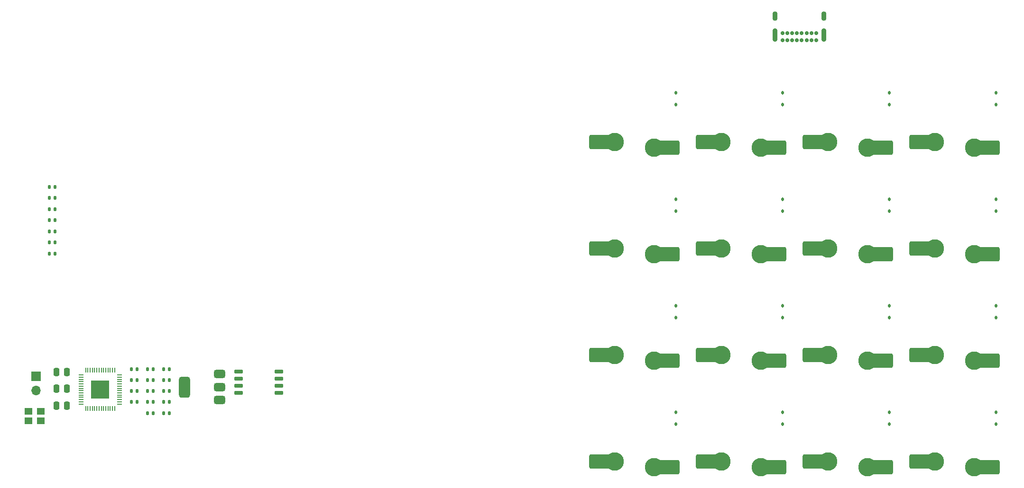
<source format=gbr>
%TF.GenerationSoftware,KiCad,Pcbnew,8.0.3*%
%TF.CreationDate,2024-06-18T00:53:01+07:00*%
%TF.ProjectId,Bandung_v1.0.0,42616e64-756e-4675-9f76-312e302e302e,rev?*%
%TF.SameCoordinates,Original*%
%TF.FileFunction,Copper,L2,Bot*%
%TF.FilePolarity,Positive*%
%FSLAX46Y46*%
G04 Gerber Fmt 4.6, Leading zero omitted, Abs format (unit mm)*
G04 Created by KiCad (PCBNEW 8.0.3) date 2024-06-18 00:53:01*
%MOMM*%
%LPD*%
G01*
G04 APERTURE LIST*
G04 Aperture macros list*
%AMRoundRect*
0 Rectangle with rounded corners*
0 $1 Rounding radius*
0 $2 $3 $4 $5 $6 $7 $8 $9 X,Y pos of 4 corners*
0 Add a 4 corners polygon primitive as box body*
4,1,4,$2,$3,$4,$5,$6,$7,$8,$9,$2,$3,0*
0 Add four circle primitives for the rounded corners*
1,1,$1+$1,$2,$3*
1,1,$1+$1,$4,$5*
1,1,$1+$1,$6,$7*
1,1,$1+$1,$8,$9*
0 Add four rect primitives between the rounded corners*
20,1,$1+$1,$2,$3,$4,$5,0*
20,1,$1+$1,$4,$5,$6,$7,0*
20,1,$1+$1,$6,$7,$8,$9,0*
20,1,$1+$1,$8,$9,$2,$3,0*%
G04 Aperture macros list end*
%TA.AperFunction,SMDPad,CuDef*%
%ADD10RoundRect,0.112500X-0.112500X0.187500X-0.112500X-0.187500X0.112500X-0.187500X0.112500X0.187500X0*%
%TD*%
%TA.AperFunction,ComponentPad*%
%ADD11C,3.300000*%
%TD*%
%TA.AperFunction,SMDPad,CuDef*%
%ADD12R,1.200000X2.550000*%
%TD*%
%TA.AperFunction,SMDPad,CuDef*%
%ADD13RoundRect,0.255000X1.070000X1.020000X-1.070000X1.020000X-1.070000X-1.020000X1.070000X-1.020000X0*%
%TD*%
%TA.AperFunction,SMDPad,CuDef*%
%ADD14RoundRect,0.375000X0.625000X0.375000X-0.625000X0.375000X-0.625000X-0.375000X0.625000X-0.375000X0*%
%TD*%
%TA.AperFunction,SMDPad,CuDef*%
%ADD15RoundRect,0.500000X0.500000X1.400000X-0.500000X1.400000X-0.500000X-1.400000X0.500000X-1.400000X0*%
%TD*%
%TA.AperFunction,SMDPad,CuDef*%
%ADD16R,1.400000X1.200000*%
%TD*%
%TA.AperFunction,SMDPad,CuDef*%
%ADD17RoundRect,0.140000X0.140000X0.170000X-0.140000X0.170000X-0.140000X-0.170000X0.140000X-0.170000X0*%
%TD*%
%TA.AperFunction,SMDPad,CuDef*%
%ADD18RoundRect,0.250000X0.250000X0.475000X-0.250000X0.475000X-0.250000X-0.475000X0.250000X-0.475000X0*%
%TD*%
%TA.AperFunction,SMDPad,CuDef*%
%ADD19RoundRect,0.135000X0.135000X0.185000X-0.135000X0.185000X-0.135000X-0.185000X0.135000X-0.185000X0*%
%TD*%
%TA.AperFunction,ComponentPad*%
%ADD20C,0.700000*%
%TD*%
%TA.AperFunction,ComponentPad*%
%ADD21O,0.900000X1.700000*%
%TD*%
%TA.AperFunction,ComponentPad*%
%ADD22O,0.900000X2.400000*%
%TD*%
%TA.AperFunction,ComponentPad*%
%ADD23R,1.700000X1.700000*%
%TD*%
%TA.AperFunction,ComponentPad*%
%ADD24O,1.700000X1.700000*%
%TD*%
%TA.AperFunction,SMDPad,CuDef*%
%ADD25RoundRect,0.150000X0.650000X0.150000X-0.650000X0.150000X-0.650000X-0.150000X0.650000X-0.150000X0*%
%TD*%
%TA.AperFunction,SMDPad,CuDef*%
%ADD26RoundRect,0.050000X0.387500X0.050000X-0.387500X0.050000X-0.387500X-0.050000X0.387500X-0.050000X0*%
%TD*%
%TA.AperFunction,SMDPad,CuDef*%
%ADD27RoundRect,0.050000X0.050000X0.387500X-0.050000X0.387500X-0.050000X-0.387500X0.050000X-0.387500X0*%
%TD*%
%TA.AperFunction,HeatsinkPad*%
%ADD28R,3.200000X3.200000*%
%TD*%
G04 APERTURE END LIST*
D10*
%TO.P,D10,1,K*%
%TO.N,/GPIO6*%
X141300000Y-53575000D03*
%TO.P,D10,2,A*%
%TO.N,Net-(D10-A)*%
X141300000Y-55675000D03*
%TD*%
%TO.P,D2,1,K*%
%TO.N,/GPIO4*%
X141300000Y-15475000D03*
%TO.P,D2,2,A*%
%TO.N,Net-(D2-A)*%
X141300000Y-17575000D03*
%TD*%
D11*
%TO.P,CH9,1,1*%
%TO.N,/GPIO0*%
X111325000Y-62325000D03*
D12*
X109775000Y-62325000D03*
D13*
X108080000Y-62325000D03*
%TO.P,CH9,2,2*%
%TO.N,Net-(D9-A)*%
X121570000Y-63375000D03*
D12*
X119875000Y-63375000D03*
D11*
X118325000Y-63375000D03*
%TD*%
D14*
%TO.P,U1,1,GND*%
%TO.N,GND*%
X40820236Y-65780000D03*
%TO.P,U1,2,VO*%
%TO.N,+3V3*%
X40820236Y-68080000D03*
D15*
X34520236Y-68080000D03*
D14*
%TO.P,U1,3,VI*%
%TO.N,VBUS*%
X40820236Y-70380000D03*
%TD*%
D11*
%TO.P,CH6,1,1*%
%TO.N,/GPIO1*%
X130375000Y-43275000D03*
D12*
X128825000Y-43275000D03*
D13*
X127130000Y-43275000D03*
%TO.P,CH6,2,2*%
%TO.N,Net-(D6-A)*%
X140620000Y-44325000D03*
D12*
X138925000Y-44325000D03*
D11*
X137375000Y-44325000D03*
%TD*%
%TO.P,CH7,1,1*%
%TO.N,/GPIO2*%
X149425000Y-43275000D03*
D12*
X147875000Y-43275000D03*
D13*
X146180000Y-43275000D03*
%TO.P,CH7,2,2*%
%TO.N,Net-(D7-A)*%
X159670000Y-44325000D03*
D12*
X157975000Y-44325000D03*
D11*
X156425000Y-44325000D03*
%TD*%
D16*
%TO.P,Y1,1,1*%
%TO.N,/XIN*%
X8850236Y-74155000D03*
%TO.P,Y1,2,2*%
%TO.N,GND*%
X6650236Y-74155000D03*
%TO.P,Y1,3,3*%
%TO.N,Net-(C3-Pad2)*%
X6650236Y-72455000D03*
%TO.P,Y1,4,4*%
%TO.N,GND*%
X8850236Y-72455000D03*
%TD*%
D17*
%TO.P,C6,1*%
%TO.N,+1V1*%
X31790236Y-70775000D03*
%TO.P,C6,2*%
%TO.N,GND*%
X30830236Y-70775000D03*
%TD*%
D11*
%TO.P,CH5,1,1*%
%TO.N,/GPIO0*%
X111325000Y-43275000D03*
D12*
X109775000Y-43275000D03*
D13*
X108080000Y-43275000D03*
%TO.P,CH5,2,2*%
%TO.N,Net-(D5-A)*%
X121570000Y-44325000D03*
D12*
X119875000Y-44325000D03*
D11*
X118325000Y-44325000D03*
%TD*%
D10*
%TO.P,D7,1,K*%
%TO.N,/GPIO5*%
X160350000Y-34525000D03*
%TO.P,D7,2,A*%
%TO.N,Net-(D7-A)*%
X160350000Y-36625000D03*
%TD*%
D11*
%TO.P,CH10,1,1*%
%TO.N,/GPIO1*%
X130375000Y-62325000D03*
D12*
X128825000Y-62325000D03*
D13*
X127130000Y-62325000D03*
%TO.P,CH10,2,2*%
%TO.N,Net-(D10-A)*%
X140620000Y-63375000D03*
D12*
X138925000Y-63375000D03*
D11*
X137375000Y-63375000D03*
%TD*%
%TO.P,CH11,1,1*%
%TO.N,/GPIO2*%
X149425000Y-62325000D03*
D12*
X147875000Y-62325000D03*
D13*
X146180000Y-62325000D03*
%TO.P,CH11,2,2*%
%TO.N,Net-(D11-A)*%
X159670000Y-63375000D03*
D12*
X157975000Y-63375000D03*
D11*
X156425000Y-63375000D03*
%TD*%
D18*
%TO.P,C17,1*%
%TO.N,+3V3*%
X13550236Y-71405000D03*
%TO.P,C17,2*%
%TO.N,GND*%
X11650236Y-71405000D03*
%TD*%
D17*
%TO.P,C16,1*%
%TO.N,+3V3*%
X26050236Y-70775000D03*
%TO.P,C16,2*%
%TO.N,GND*%
X25090236Y-70775000D03*
%TD*%
D18*
%TO.P,C1,1*%
%TO.N,VBUS*%
X13550236Y-65385000D03*
%TO.P,C1,2*%
%TO.N,GND*%
X11650236Y-65385000D03*
%TD*%
D10*
%TO.P,D15,1,K*%
%TO.N,/GPIO7*%
X160350000Y-72625000D03*
%TO.P,D15,2,A*%
%TO.N,Net-(D15-A)*%
X160350000Y-74725000D03*
%TD*%
D11*
%TO.P,CH4,1,1*%
%TO.N,/GPIO3*%
X168475000Y-24225000D03*
D12*
X166925000Y-24225000D03*
D13*
X165230000Y-24225000D03*
%TO.P,CH4,2,2*%
%TO.N,Net-(D4-A)*%
X178720000Y-25275000D03*
D12*
X177025000Y-25275000D03*
D11*
X175475000Y-25275000D03*
%TD*%
D19*
%TO.P,R2,1*%
%TO.N,/QSPI_SS*%
X11420236Y-34285000D03*
%TO.P,R2,2*%
%TO.N,+3V3*%
X10400236Y-34285000D03*
%TD*%
D17*
%TO.P,C10,1*%
%TO.N,+3V3*%
X28920236Y-68805000D03*
%TO.P,C10,2*%
%TO.N,GND*%
X27960236Y-68805000D03*
%TD*%
D20*
%TO.P,J1,A1,GND*%
%TO.N,GND*%
X141325000Y-6100000D03*
%TO.P,J1,A4,VBUS*%
%TO.N,VBUS*%
X142175000Y-6100000D03*
%TO.P,J1,A5,CC1*%
%TO.N,Net-(J1-CC1)*%
X143025000Y-6100000D03*
%TO.P,J1,A6,D+*%
%TO.N,/USB_DP*%
X143875000Y-6100000D03*
%TO.P,J1,A7,D-*%
%TO.N,/USB_DM*%
X144725000Y-6100000D03*
%TO.P,J1,A8,SBU1*%
%TO.N,unconnected-(J1-SBU1-PadA8)*%
X145575000Y-6100000D03*
%TO.P,J1,A9,VBUS*%
%TO.N,VBUS*%
X146425000Y-6100000D03*
%TO.P,J1,A12,GND*%
%TO.N,GND*%
X147275000Y-6100000D03*
%TO.P,J1,B1,GND*%
X147275000Y-4750000D03*
%TO.P,J1,B4,VBUS*%
%TO.N,VBUS*%
X146425000Y-4750000D03*
%TO.P,J1,B5,CC2*%
%TO.N,Net-(J1-CC2)*%
X145575000Y-4750000D03*
%TO.P,J1,B6,D+*%
%TO.N,/USB_DP*%
X144725000Y-4750000D03*
%TO.P,J1,B7,D-*%
%TO.N,/USB_DM*%
X143875000Y-4750000D03*
%TO.P,J1,B8,SBU2*%
%TO.N,unconnected-(J1-SBU2-PadB8)*%
X143025000Y-4750000D03*
%TO.P,J1,B9,VBUS*%
%TO.N,VBUS*%
X142175000Y-4750000D03*
%TO.P,J1,B12,GND*%
%TO.N,GND*%
X141325000Y-4750000D03*
D21*
%TO.P,J1,S1,SHIELD*%
X139975000Y-1740000D03*
D22*
X139975000Y-5120000D03*
D21*
X148625000Y-1740000D03*
D22*
X148625000Y-5120000D03*
%TD*%
D19*
%TO.P,R5,1*%
%TO.N,Net-(C3-Pad2)*%
X11420236Y-40255000D03*
%TO.P,R5,2*%
%TO.N,/XOUT*%
X10400236Y-40255000D03*
%TD*%
D10*
%TO.P,D14,1,K*%
%TO.N,/GPIO7*%
X141300000Y-72625000D03*
%TO.P,D14,2,A*%
%TO.N,Net-(D14-A)*%
X141300000Y-74725000D03*
%TD*%
D17*
%TO.P,C3,1*%
%TO.N,GND*%
X31790236Y-66835000D03*
%TO.P,C3,2*%
%TO.N,Net-(C3-Pad2)*%
X30830236Y-66835000D03*
%TD*%
D11*
%TO.P,CH12,1,1*%
%TO.N,/GPIO3*%
X168475000Y-62325000D03*
D12*
X166925000Y-62325000D03*
D13*
X165230000Y-62325000D03*
%TO.P,CH12,2,2*%
%TO.N,Net-(D12-A)*%
X178720000Y-63375000D03*
D12*
X177025000Y-63375000D03*
D11*
X175475000Y-63375000D03*
%TD*%
D18*
%TO.P,C4,1*%
%TO.N,+3V3*%
X13550236Y-68395000D03*
%TO.P,C4,2*%
%TO.N,GND*%
X11650236Y-68395000D03*
%TD*%
D17*
%TO.P,C13,1*%
%TO.N,+3V3*%
X26050236Y-64865000D03*
%TO.P,C13,2*%
%TO.N,GND*%
X25090236Y-64865000D03*
%TD*%
%TO.P,C7,1*%
%TO.N,+1V1*%
X31790236Y-72745000D03*
%TO.P,C7,2*%
%TO.N,GND*%
X30830236Y-72745000D03*
%TD*%
D10*
%TO.P,D12,1,K*%
%TO.N,/GPIO6*%
X179400000Y-53575000D03*
%TO.P,D12,2,A*%
%TO.N,Net-(D12-A)*%
X179400000Y-55675000D03*
%TD*%
D23*
%TO.P,J2,1,Pin_1*%
%TO.N,/~{USB_BOOT}*%
X8050236Y-66205000D03*
D24*
%TO.P,J2,2,Pin_2*%
%TO.N,GND*%
X8050236Y-68745000D03*
%TD*%
D10*
%TO.P,D13,1,K*%
%TO.N,/GPIO7*%
X122250000Y-72625000D03*
%TO.P,D13,2,A*%
%TO.N,Net-(D13-A)*%
X122250000Y-74725000D03*
%TD*%
D19*
%TO.P,R3,1*%
%TO.N,/USB_DP*%
X11420236Y-36275000D03*
%TO.P,R3,2*%
%TO.N,Net-(U3-USB_DP)*%
X10400236Y-36275000D03*
%TD*%
D10*
%TO.P,D16,1,K*%
%TO.N,/GPIO7*%
X179400000Y-72625000D03*
%TO.P,D16,2,A*%
%TO.N,Net-(D16-A)*%
X179400000Y-74725000D03*
%TD*%
D17*
%TO.P,C8,1*%
%TO.N,+1V1*%
X28920236Y-64865000D03*
%TO.P,C8,2*%
%TO.N,GND*%
X27960236Y-64865000D03*
%TD*%
D25*
%TO.P,U2,1,~{CS}*%
%TO.N,/QSPI_SS*%
X51370236Y-65360000D03*
%TO.P,U2,2,DO(IO1)*%
%TO.N,/QSPI_SD1*%
X51370236Y-66630000D03*
%TO.P,U2,3,IO2*%
%TO.N,/QSPI_SD2*%
X51370236Y-67900000D03*
%TO.P,U2,4,GND*%
%TO.N,GND*%
X51370236Y-69170000D03*
%TO.P,U2,5,DI(IO0)*%
%TO.N,/QSPI_SD0*%
X44170236Y-69170000D03*
%TO.P,U2,6,CLK*%
%TO.N,/QSPI_SCLK*%
X44170236Y-67900000D03*
%TO.P,U2,7,IO3*%
%TO.N,/QSPI_SD3*%
X44170236Y-66630000D03*
%TO.P,U2,8,VCC*%
%TO.N,+3V3*%
X44170236Y-65360000D03*
%TD*%
D17*
%TO.P,C5,1*%
%TO.N,+3V3*%
X31790236Y-68805000D03*
%TO.P,C5,2*%
%TO.N,GND*%
X30830236Y-68805000D03*
%TD*%
D19*
%TO.P,R7,1*%
%TO.N,Net-(J1-CC2)*%
X11420236Y-44235000D03*
%TO.P,R7,2*%
%TO.N,GND*%
X10400236Y-44235000D03*
%TD*%
%TO.P,R4,1*%
%TO.N,/USB_DM*%
X11420236Y-38265000D03*
%TO.P,R4,2*%
%TO.N,Net-(U3-USB_DM)*%
X10400236Y-38265000D03*
%TD*%
%TO.P,R6,1*%
%TO.N,Net-(J1-CC1)*%
X11420236Y-42245000D03*
%TO.P,R6,2*%
%TO.N,GND*%
X10400236Y-42245000D03*
%TD*%
%TO.P,R1,1*%
%TO.N,/QSPI_SS*%
X11420236Y-32295000D03*
%TO.P,R1,2*%
%TO.N,/~{USB_BOOT}*%
X10400236Y-32295000D03*
%TD*%
D17*
%TO.P,C11,1*%
%TO.N,+3V3*%
X28920236Y-70775000D03*
%TO.P,C11,2*%
%TO.N,GND*%
X27960236Y-70775000D03*
%TD*%
%TO.P,C9,1*%
%TO.N,+3V3*%
X28920236Y-66835000D03*
%TO.P,C9,2*%
%TO.N,GND*%
X27960236Y-66835000D03*
%TD*%
D10*
%TO.P,D6,1,K*%
%TO.N,/GPIO5*%
X141300000Y-34525000D03*
%TO.P,D6,2,A*%
%TO.N,Net-(D6-A)*%
X141300000Y-36625000D03*
%TD*%
%TO.P,D11,1,K*%
%TO.N,/GPIO6*%
X160350000Y-53575000D03*
%TO.P,D11,2,A*%
%TO.N,Net-(D11-A)*%
X160350000Y-55675000D03*
%TD*%
D17*
%TO.P,C2,1*%
%TO.N,GND*%
X31790236Y-64865000D03*
%TO.P,C2,2*%
%TO.N,/XIN*%
X30830236Y-64865000D03*
%TD*%
%TO.P,C12,1*%
%TO.N,+3V3*%
X28920236Y-72745000D03*
%TO.P,C12,2*%
%TO.N,GND*%
X27960236Y-72745000D03*
%TD*%
D11*
%TO.P,CH15,1,1*%
%TO.N,/GPIO2*%
X149425000Y-81375000D03*
D12*
X147875000Y-81375000D03*
D13*
X146180000Y-81375000D03*
%TO.P,CH15,2,2*%
%TO.N,Net-(D15-A)*%
X159670000Y-82425000D03*
D12*
X157975000Y-82425000D03*
D11*
X156425000Y-82425000D03*
%TD*%
%TO.P,CH8,1,1*%
%TO.N,/GPIO3*%
X168475000Y-43275000D03*
D12*
X166925000Y-43275000D03*
D13*
X165230000Y-43275000D03*
%TO.P,CH8,2,2*%
%TO.N,Net-(D8-A)*%
X178720000Y-44325000D03*
D12*
X177025000Y-44325000D03*
D11*
X175475000Y-44325000D03*
%TD*%
D26*
%TO.P,U3,1,IOVDD*%
%TO.N,+3V3*%
X22917736Y-65935000D03*
%TO.P,U3,2,GPIO0*%
%TO.N,/GPIO0*%
X22917736Y-66335000D03*
%TO.P,U3,3,GPIO1*%
%TO.N,/GPIO1*%
X22917736Y-66735000D03*
%TO.P,U3,4,GPIO2*%
%TO.N,/GPIO2*%
X22917736Y-67135000D03*
%TO.P,U3,5,GPIO3*%
%TO.N,/GPIO3*%
X22917736Y-67535000D03*
%TO.P,U3,6,GPIO4*%
%TO.N,/GPIO4*%
X22917736Y-67935000D03*
%TO.P,U3,7,GPIO5*%
%TO.N,/GPIO5*%
X22917736Y-68335000D03*
%TO.P,U3,8,GPIO6*%
%TO.N,/GPIO6*%
X22917736Y-68735000D03*
%TO.P,U3,9,GPIO7*%
%TO.N,/GPIO7*%
X22917736Y-69135000D03*
%TO.P,U3,10,IOVDD*%
%TO.N,+3V3*%
X22917736Y-69535000D03*
%TO.P,U3,11,GPIO8*%
%TO.N,unconnected-(U3-GPIO8-Pad11)*%
X22917736Y-69935000D03*
%TO.P,U3,12,GPIO9*%
%TO.N,unconnected-(U3-GPIO9-Pad12)*%
X22917736Y-70335000D03*
%TO.P,U3,13,GPIO10*%
%TO.N,unconnected-(U3-GPIO10-Pad13)*%
X22917736Y-70735000D03*
%TO.P,U3,14,GPIO11*%
%TO.N,unconnected-(U3-GPIO11-Pad14)*%
X22917736Y-71135000D03*
D27*
%TO.P,U3,15,GPIO12*%
%TO.N,unconnected-(U3-GPIO12-Pad15)*%
X22080236Y-71972500D03*
%TO.P,U3,16,GPIO13*%
%TO.N,unconnected-(U3-GPIO13-Pad16)*%
X21680236Y-71972500D03*
%TO.P,U3,17,GPIO14*%
%TO.N,unconnected-(U3-GPIO14-Pad17)*%
X21280236Y-71972500D03*
%TO.P,U3,18,GPIO15*%
%TO.N,unconnected-(U3-GPIO15-Pad18)*%
X20880236Y-71972500D03*
%TO.P,U3,19,TESTEN*%
%TO.N,GND*%
X20480236Y-71972500D03*
%TO.P,U3,20,XIN*%
%TO.N,/XIN*%
X20080236Y-71972500D03*
%TO.P,U3,21,XOUT*%
%TO.N,/XOUT*%
X19680236Y-71972500D03*
%TO.P,U3,22,IOVDD*%
%TO.N,+3V3*%
X19280236Y-71972500D03*
%TO.P,U3,23,DVDD*%
%TO.N,+1V1*%
X18880236Y-71972500D03*
%TO.P,U3,24,SWCLK*%
%TO.N,unconnected-(U3-SWCLK-Pad24)*%
X18480236Y-71972500D03*
%TO.P,U3,25,SWD*%
%TO.N,unconnected-(U3-SWD-Pad25)*%
X18080236Y-71972500D03*
%TO.P,U3,26,RUN*%
%TO.N,unconnected-(U3-RUN-Pad26)*%
X17680236Y-71972500D03*
%TO.P,U3,27,GPIO16*%
%TO.N,unconnected-(U3-GPIO16-Pad27)*%
X17280236Y-71972500D03*
%TO.P,U3,28,GPIO17*%
%TO.N,unconnected-(U3-GPIO17-Pad28)*%
X16880236Y-71972500D03*
D26*
%TO.P,U3,29,GPIO18*%
%TO.N,unconnected-(U3-GPIO18-Pad29)*%
X16042736Y-71135000D03*
%TO.P,U3,30,GPIO19*%
%TO.N,unconnected-(U3-GPIO19-Pad30)*%
X16042736Y-70735000D03*
%TO.P,U3,31,GPIO20*%
%TO.N,unconnected-(U3-GPIO20-Pad31)*%
X16042736Y-70335000D03*
%TO.P,U3,32,GPIO21*%
%TO.N,unconnected-(U3-GPIO21-Pad32)*%
X16042736Y-69935000D03*
%TO.P,U3,33,IOVDD*%
%TO.N,+3V3*%
X16042736Y-69535000D03*
%TO.P,U3,34,GPIO22*%
%TO.N,unconnected-(U3-GPIO22-Pad34)*%
X16042736Y-69135000D03*
%TO.P,U3,35,GPIO23*%
%TO.N,unconnected-(U3-GPIO23-Pad35)*%
X16042736Y-68735000D03*
%TO.P,U3,36,GPIO24*%
%TO.N,unconnected-(U3-GPIO24-Pad36)*%
X16042736Y-68335000D03*
%TO.P,U3,37,GPIO25*%
%TO.N,unconnected-(U3-GPIO25-Pad37)*%
X16042736Y-67935000D03*
%TO.P,U3,38,GPIO26_ADC0*%
%TO.N,unconnected-(U3-GPIO26_ADC0-Pad38)*%
X16042736Y-67535000D03*
%TO.P,U3,39,GPIO27_ADC1*%
%TO.N,unconnected-(U3-GPIO27_ADC1-Pad39)*%
X16042736Y-67135000D03*
%TO.P,U3,40,GPIO28_ADC2*%
%TO.N,unconnected-(U3-GPIO28_ADC2-Pad40)*%
X16042736Y-66735000D03*
%TO.P,U3,41,GPIO29_ADC3*%
%TO.N,unconnected-(U3-GPIO29_ADC3-Pad41)*%
X16042736Y-66335000D03*
%TO.P,U3,42,IOVDD*%
%TO.N,+3V3*%
X16042736Y-65935000D03*
D27*
%TO.P,U3,43,ADC_AVDD*%
X16880236Y-65097500D03*
%TO.P,U3,44,VREG_IN*%
X17280236Y-65097500D03*
%TO.P,U3,45,VREG_VOUT*%
%TO.N,+1V1*%
X17680236Y-65097500D03*
%TO.P,U3,46,USB_DM*%
%TO.N,Net-(U3-USB_DM)*%
X18080236Y-65097500D03*
%TO.P,U3,47,USB_DP*%
%TO.N,Net-(U3-USB_DP)*%
X18480236Y-65097500D03*
%TO.P,U3,48,USB_VDD*%
%TO.N,+3V3*%
X18880236Y-65097500D03*
%TO.P,U3,49,IOVDD*%
X19280236Y-65097500D03*
%TO.P,U3,50,DVDD*%
%TO.N,+1V1*%
X19680236Y-65097500D03*
%TO.P,U3,51,QSPI_SD3*%
%TO.N,/QSPI_SD3*%
X20080236Y-65097500D03*
%TO.P,U3,52,QSPI_SCLK*%
%TO.N,/QSPI_SCLK*%
X20480236Y-65097500D03*
%TO.P,U3,53,QSPI_SD0*%
%TO.N,/QSPI_SD0*%
X20880236Y-65097500D03*
%TO.P,U3,54,QSPI_SD2*%
%TO.N,/QSPI_SD2*%
X21280236Y-65097500D03*
%TO.P,U3,55,QSPI_SD1*%
%TO.N,/QSPI_SD1*%
X21680236Y-65097500D03*
%TO.P,U3,56,QSPI_SS*%
%TO.N,/QSPI_SS*%
X22080236Y-65097500D03*
D28*
%TO.P,U3,57,GND*%
%TO.N,GND*%
X19480236Y-68535000D03*
%TD*%
D17*
%TO.P,C14,1*%
%TO.N,+3V3*%
X26050236Y-66835000D03*
%TO.P,C14,2*%
%TO.N,GND*%
X25090236Y-66835000D03*
%TD*%
D11*
%TO.P,CH16,1,1*%
%TO.N,/GPIO3*%
X168475000Y-81375000D03*
D12*
X166925000Y-81375000D03*
D13*
X165230000Y-81375000D03*
%TO.P,CH16,2,2*%
%TO.N,Net-(D16-A)*%
X178720000Y-82425000D03*
D12*
X177025000Y-82425000D03*
D11*
X175475000Y-82425000D03*
%TD*%
%TO.P,CH2,1,1*%
%TO.N,/GPIO1*%
X130375000Y-24225000D03*
D12*
X128825000Y-24225000D03*
D13*
X127130000Y-24225000D03*
%TO.P,CH2,2,2*%
%TO.N,Net-(D2-A)*%
X140620000Y-25275000D03*
D12*
X138925000Y-25275000D03*
D11*
X137375000Y-25275000D03*
%TD*%
%TO.P,CH14,1,1*%
%TO.N,/GPIO1*%
X130375000Y-81375000D03*
D12*
X128825000Y-81375000D03*
D13*
X127130000Y-81375000D03*
%TO.P,CH14,2,2*%
%TO.N,Net-(D14-A)*%
X140620000Y-82425000D03*
D12*
X138925000Y-82425000D03*
D11*
X137375000Y-82425000D03*
%TD*%
D10*
%TO.P,D5,1,K*%
%TO.N,/GPIO5*%
X122250000Y-34525000D03*
%TO.P,D5,2,A*%
%TO.N,Net-(D5-A)*%
X122250000Y-36625000D03*
%TD*%
D17*
%TO.P,C15,1*%
%TO.N,+3V3*%
X26050236Y-68805000D03*
%TO.P,C15,2*%
%TO.N,GND*%
X25090236Y-68805000D03*
%TD*%
D10*
%TO.P,D9,1,K*%
%TO.N,/GPIO6*%
X122250000Y-53575000D03*
%TO.P,D9,2,A*%
%TO.N,Net-(D9-A)*%
X122250000Y-55675000D03*
%TD*%
D11*
%TO.P,CH13,1,1*%
%TO.N,/GPIO0*%
X111325000Y-81375000D03*
D12*
X109775000Y-81375000D03*
D13*
X108080000Y-81375000D03*
%TO.P,CH13,2,2*%
%TO.N,Net-(D13-A)*%
X121570000Y-82425000D03*
D12*
X119875000Y-82425000D03*
D11*
X118325000Y-82425000D03*
%TD*%
D10*
%TO.P,D8,1,K*%
%TO.N,/GPIO5*%
X179400000Y-34525000D03*
%TO.P,D8,2,A*%
%TO.N,Net-(D8-A)*%
X179400000Y-36625000D03*
%TD*%
%TO.P,D3,1,K*%
%TO.N,/GPIO4*%
X160350000Y-15475000D03*
%TO.P,D3,2,A*%
%TO.N,Net-(D3-A)*%
X160350000Y-17575000D03*
%TD*%
%TO.P,D1,1,K*%
%TO.N,/GPIO4*%
X122250000Y-15475000D03*
%TO.P,D1,2,A*%
%TO.N,Net-(D1-A)*%
X122250000Y-17575000D03*
%TD*%
D11*
%TO.P,CH3,1,1*%
%TO.N,/GPIO2*%
X149425000Y-24225000D03*
D12*
X147875000Y-24225000D03*
D13*
X146180000Y-24225000D03*
%TO.P,CH3,2,2*%
%TO.N,Net-(D3-A)*%
X159670000Y-25275000D03*
D12*
X157975000Y-25275000D03*
D11*
X156425000Y-25275000D03*
%TD*%
D10*
%TO.P,D4,1,K*%
%TO.N,/GPIO4*%
X179400000Y-15475000D03*
%TO.P,D4,2,A*%
%TO.N,Net-(D4-A)*%
X179400000Y-17575000D03*
%TD*%
D11*
%TO.P,CH1,1,1*%
%TO.N,/GPIO0*%
X111325000Y-24225000D03*
D12*
X109775000Y-24225000D03*
D13*
X108080000Y-24225000D03*
%TO.P,CH1,2,2*%
%TO.N,Net-(D1-A)*%
X121570000Y-25275000D03*
D12*
X119875000Y-25275000D03*
D11*
X118325000Y-25275000D03*
%TD*%
M02*

</source>
